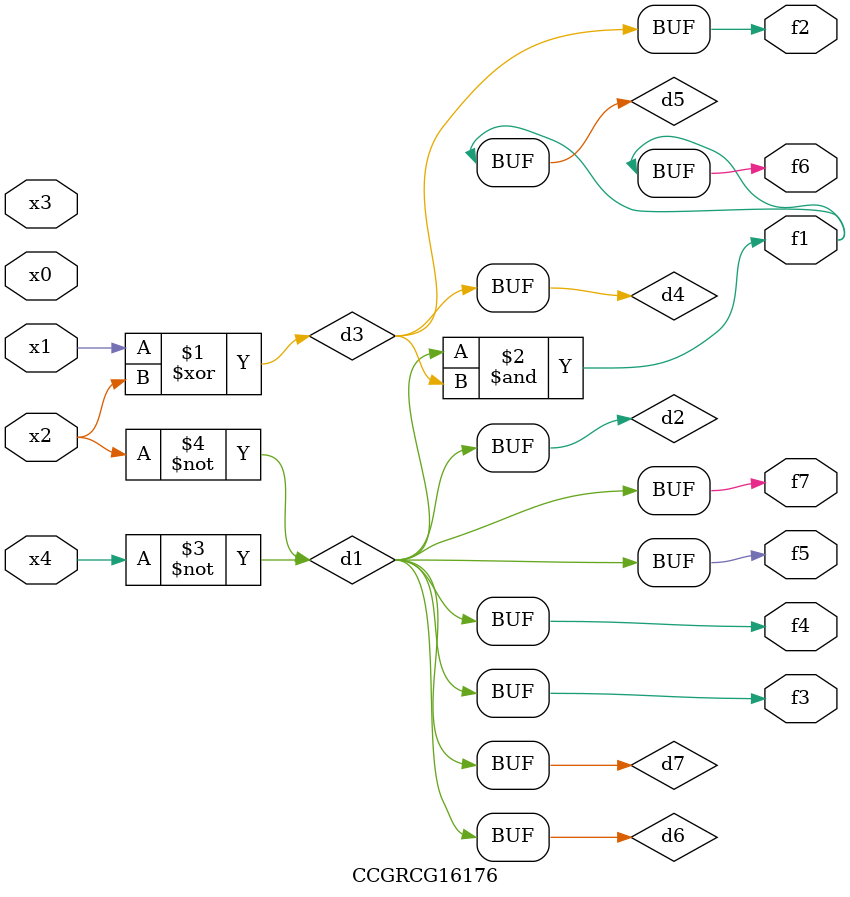
<source format=v>
module CCGRCG16176(
	input x0, x1, x2, x3, x4,
	output f1, f2, f3, f4, f5, f6, f7
);

	wire d1, d2, d3, d4, d5, d6, d7;

	not (d1, x4);
	not (d2, x2);
	xor (d3, x1, x2);
	buf (d4, d3);
	and (d5, d1, d3);
	buf (d6, d1, d2);
	buf (d7, d2);
	assign f1 = d5;
	assign f2 = d4;
	assign f3 = d7;
	assign f4 = d7;
	assign f5 = d7;
	assign f6 = d5;
	assign f7 = d7;
endmodule

</source>
